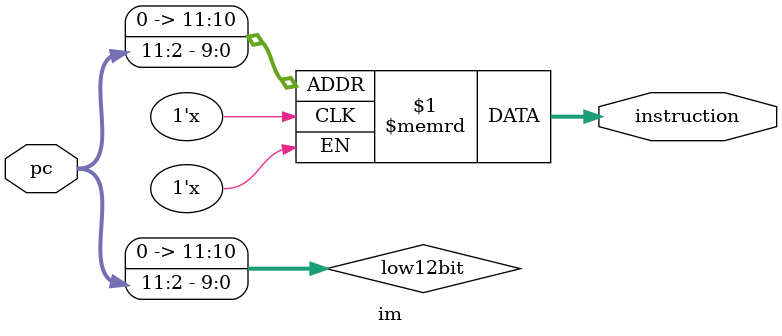
<source format=v>
module im(instruction,pc);

output [31:0] instruction;
input [31:0] pc;

reg [31:0] ins_memory[1023:0]; //4k指令存储器
//im模块的输入pc为32位，但指令存储器只有4kB大小
//所以取指令时只取pc的低12位作为地址。

wire [11:0] low12bit;

assign low12bit=pc[11:2];//好像由结果可知默认pc低两位不读
assign instruction=ins_memory[low12bit];

endmodule
</source>
